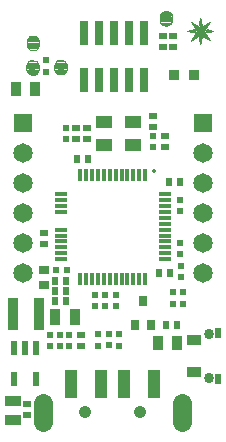
<source format=gts>
G75*
%MOIN*%
%OFA0B0*%
%FSLAX25Y25*%
%IPPOS*%
%LPD*%
%AMOC8*
5,1,8,0,0,1.08239X$1,22.5*
%
%ADD10R,0.01263X0.04137*%
%ADD11R,0.04137X0.01263*%
%ADD12R,0.01381X0.00700*%
%ADD13R,0.00700X0.01381*%
%ADD14R,0.01972X0.02365*%
%ADD15R,0.01972X0.02562*%
%ADD16R,0.02365X0.01972*%
%ADD17R,0.02562X0.01972*%
%ADD18R,0.05515X0.03940*%
%ADD19R,0.02956X0.08468*%
%ADD20R,0.03546X0.05121*%
%ADD21R,0.03546X0.05318*%
%ADD22R,0.02169X0.00987*%
%ADD23C,0.00394*%
%ADD24R,0.02562X0.03350*%
%ADD25R,0.02562X0.03743*%
%ADD26C,0.06499*%
%ADD27R,0.06499X0.06499*%
%ADD28R,0.03940X0.09255*%
%ADD29C,0.06499*%
%ADD30C,0.04137*%
%ADD31R,0.04531X0.03350*%
%ADD32R,0.02169X0.03350*%
%ADD33C,0.03369*%
%ADD34R,0.02365X0.04924*%
%ADD35R,0.05318X0.03546*%
%ADD36R,0.03350X0.10830*%
%ADD37R,0.03546X0.02956*%
%ADD38R,0.03200X0.03700*%
%ADD39R,0.03350X0.01775*%
%ADD40C,0.00100*%
D10*
X0029523Y0115596D03*
X0031492Y0115596D03*
X0033460Y0115596D03*
X0035429Y0115596D03*
X0037397Y0115596D03*
X0039366Y0115596D03*
X0041334Y0115596D03*
X0043303Y0115596D03*
X0045271Y0115596D03*
X0047240Y0115596D03*
X0049208Y0115596D03*
X0051177Y0115596D03*
X0051177Y0150242D03*
X0049208Y0150242D03*
X0047240Y0150242D03*
X0045271Y0150242D03*
X0043303Y0150242D03*
X0041334Y0150242D03*
X0039366Y0150242D03*
X0037397Y0150242D03*
X0035429Y0150242D03*
X0033460Y0150242D03*
X0031492Y0150242D03*
X0029523Y0150242D03*
D11*
X0023027Y0143746D03*
X0023027Y0141778D03*
X0023027Y0139809D03*
X0023027Y0137841D03*
X0023027Y0131935D03*
X0023027Y0129967D03*
X0023027Y0127998D03*
X0023027Y0126030D03*
X0023027Y0124061D03*
X0023027Y0122093D03*
X0057673Y0122093D03*
X0057673Y0124061D03*
X0057673Y0126030D03*
X0057673Y0127998D03*
X0057673Y0129967D03*
X0057673Y0131935D03*
X0057673Y0133904D03*
X0057673Y0135872D03*
X0057673Y0137841D03*
X0057673Y0139809D03*
X0057673Y0141778D03*
X0057673Y0143746D03*
D12*
X0054278Y0151400D03*
D13*
X0054264Y0151393D03*
D14*
X0024996Y0118370D03*
X0021295Y0118370D03*
D15*
X0021100Y0114913D03*
X0021067Y0111435D03*
X0021200Y0108013D03*
X0024768Y0111435D03*
X0024800Y0114913D03*
X0024900Y0108013D03*
X0028442Y0155619D03*
X0032143Y0155619D03*
X0055875Y0117443D03*
X0059576Y0117443D03*
X0058000Y0100213D03*
X0061700Y0100213D03*
X0062844Y0147786D03*
X0059143Y0147786D03*
D16*
X0062857Y0141733D03*
X0062857Y0138032D03*
X0062952Y0127646D03*
X0062952Y0123945D03*
X0063020Y0119915D03*
X0063020Y0116214D03*
X0063941Y0111012D03*
X0063941Y0107311D03*
X0060496Y0107300D03*
X0060496Y0111000D03*
X0042489Y0096995D03*
X0042489Y0093294D03*
X0039071Y0093349D03*
X0039071Y0097050D03*
X0035548Y0096997D03*
X0035548Y0093296D03*
X0034422Y0106526D03*
X0034422Y0110226D03*
X0037952Y0110226D03*
X0037952Y0106526D03*
X0041333Y0106526D03*
X0041333Y0110226D03*
X0025950Y0096863D03*
X0025950Y0093163D03*
X0022650Y0093263D03*
X0022650Y0096963D03*
X0019350Y0096963D03*
X0019350Y0093263D03*
X0024681Y0162020D03*
X0024681Y0165721D03*
X0018177Y0184642D03*
X0018177Y0188343D03*
X0053732Y0163021D03*
X0053732Y0159320D03*
D17*
X0053732Y0165994D03*
X0053732Y0169695D03*
X0057693Y0163021D03*
X0057693Y0159320D03*
X0057026Y0192719D03*
X0057026Y0196419D03*
X0060488Y0196444D03*
X0060488Y0192744D03*
X0031673Y0165818D03*
X0031673Y0162117D03*
X0028228Y0162020D03*
X0028228Y0165721D03*
X0017442Y0130803D03*
X0017442Y0127102D03*
X0029650Y0096863D03*
X0029650Y0093163D03*
X0011850Y0073963D03*
X0011850Y0070263D03*
D18*
X0037448Y0160104D03*
X0037448Y0167978D03*
X0047291Y0167978D03*
X0047291Y0160104D03*
D19*
X0045850Y0181711D03*
X0050850Y0181711D03*
X0050850Y0197459D03*
X0045850Y0197459D03*
X0040850Y0197459D03*
X0035850Y0197459D03*
X0030850Y0197459D03*
X0030850Y0181711D03*
X0035850Y0181711D03*
X0040850Y0181711D03*
D20*
X0014400Y0178913D03*
X0008100Y0178913D03*
X0055337Y0094144D03*
X0061636Y0094144D03*
D21*
X0027680Y0102930D03*
X0021184Y0102930D03*
D22*
X0022982Y0185235D03*
X0022982Y0186889D03*
X0013678Y0193422D03*
X0013678Y0195075D03*
X0013626Y0186846D03*
X0013626Y0185193D03*
X0058050Y0201586D03*
X0058050Y0203240D03*
D23*
X0057971Y0204815D02*
X0058877Y0204696D01*
X0059109Y0204621D01*
X0059322Y0204501D01*
X0059507Y0204342D01*
X0059781Y0203990D01*
X0059980Y0203591D01*
X0060097Y0203161D01*
X0060097Y0201783D01*
X0060058Y0201783D01*
X0060058Y0201704D01*
X0060014Y0201319D01*
X0059886Y0200953D01*
X0059680Y0200624D01*
X0059406Y0200350D01*
X0059077Y0200144D01*
X0058711Y0200015D01*
X0058326Y0199972D01*
X0057893Y0199972D01*
X0057491Y0199995D01*
X0057106Y0200107D01*
X0056754Y0200301D01*
X0056455Y0200570D01*
X0056223Y0200897D01*
X0056070Y0201269D01*
X0056003Y0201665D01*
X0056003Y0202846D01*
X0056050Y0203279D01*
X0056188Y0203692D01*
X0056413Y0204065D01*
X0056711Y0204381D01*
X0056990Y0204577D01*
X0057300Y0204718D01*
X0057631Y0204798D01*
X0057971Y0204815D01*
X0056893Y0204509D02*
X0059307Y0204509D01*
X0059682Y0204117D02*
X0056462Y0204117D01*
X0056208Y0203725D02*
X0059914Y0203725D01*
X0060051Y0203333D02*
X0056068Y0203333D01*
X0056013Y0202941D02*
X0060097Y0202941D01*
X0060097Y0202548D02*
X0056003Y0202548D01*
X0056003Y0202156D02*
X0060097Y0202156D01*
X0060058Y0201764D02*
X0056003Y0201764D01*
X0056052Y0201372D02*
X0060020Y0201372D01*
X0059896Y0200979D02*
X0056189Y0200979D01*
X0056442Y0200587D02*
X0059643Y0200587D01*
X0059159Y0200195D02*
X0056946Y0200195D01*
X0024963Y0187206D02*
X0025030Y0186810D01*
X0025030Y0185629D01*
X0024983Y0185196D01*
X0024844Y0184783D01*
X0024620Y0184410D01*
X0024321Y0184093D01*
X0024042Y0183898D01*
X0023732Y0183757D01*
X0023401Y0183677D01*
X0023061Y0183660D01*
X0022156Y0183778D01*
X0021923Y0183854D01*
X0021711Y0183974D01*
X0021526Y0184133D01*
X0021251Y0184484D01*
X0021052Y0184883D01*
X0020935Y0185314D01*
X0020935Y0186692D01*
X0020974Y0186692D01*
X0020974Y0186770D01*
X0021018Y0187156D01*
X0021146Y0187522D01*
X0021352Y0187851D01*
X0021627Y0188125D01*
X0021955Y0188331D01*
X0022321Y0188459D01*
X0022707Y0188503D01*
X0023140Y0188503D01*
X0023541Y0188480D01*
X0023927Y0188368D01*
X0024278Y0188173D01*
X0024577Y0187905D01*
X0024809Y0187577D01*
X0024963Y0187206D01*
X0024944Y0187252D02*
X0021051Y0187252D01*
X0020984Y0186860D02*
X0025021Y0186860D01*
X0025030Y0186468D02*
X0020935Y0186468D01*
X0020935Y0186075D02*
X0025030Y0186075D01*
X0025030Y0185683D02*
X0020935Y0185683D01*
X0020941Y0185291D02*
X0024993Y0185291D01*
X0024883Y0184899D02*
X0021048Y0184899D01*
X0021240Y0184507D02*
X0024678Y0184507D01*
X0024341Y0184114D02*
X0021547Y0184114D01*
X0022587Y0183722D02*
X0023587Y0183722D01*
X0024762Y0187644D02*
X0021223Y0187644D01*
X0021538Y0188036D02*
X0024431Y0188036D01*
X0023717Y0188429D02*
X0022234Y0188429D01*
X0015673Y0186767D02*
X0015673Y0185389D01*
X0015633Y0185389D01*
X0015633Y0185311D01*
X0015590Y0184925D01*
X0015462Y0184559D01*
X0015256Y0184231D01*
X0014981Y0183956D01*
X0014653Y0183750D01*
X0014287Y0183622D01*
X0013901Y0183578D01*
X0013468Y0183578D01*
X0013067Y0183601D01*
X0012681Y0183713D01*
X0012330Y0183908D01*
X0012031Y0184176D01*
X0011798Y0184504D01*
X0011645Y0184875D01*
X0011578Y0185271D01*
X0011578Y0186452D01*
X0011625Y0186885D01*
X0011764Y0187298D01*
X0011988Y0187671D01*
X0012287Y0187988D01*
X0012566Y0188183D01*
X0012876Y0188324D01*
X0013207Y0188404D01*
X0013547Y0188421D01*
X0014452Y0188303D01*
X0014684Y0188227D01*
X0014897Y0188108D01*
X0015082Y0187948D01*
X0015357Y0187597D01*
X0015556Y0187198D01*
X0015673Y0186767D01*
X0015648Y0186860D02*
X0011623Y0186860D01*
X0011580Y0186468D02*
X0015673Y0186468D01*
X0015673Y0186075D02*
X0011578Y0186075D01*
X0011578Y0185683D02*
X0015673Y0185683D01*
X0015631Y0185291D02*
X0011578Y0185291D01*
X0011641Y0184899D02*
X0015581Y0184899D01*
X0015429Y0184507D02*
X0011797Y0184507D01*
X0012099Y0184114D02*
X0015139Y0184114D01*
X0014573Y0183722D02*
X0012665Y0183722D01*
X0011749Y0187252D02*
X0015529Y0187252D01*
X0015319Y0187644D02*
X0011972Y0187644D01*
X0012356Y0188036D02*
X0014980Y0188036D01*
X0014339Y0191851D02*
X0013953Y0191807D01*
X0013520Y0191807D01*
X0013119Y0191830D01*
X0012733Y0191942D01*
X0012382Y0192137D01*
X0012082Y0192405D01*
X0011850Y0192733D01*
X0011697Y0193104D01*
X0011630Y0193500D01*
X0011630Y0194681D01*
X0011677Y0195114D01*
X0011816Y0195527D01*
X0012040Y0195900D01*
X0012339Y0196217D01*
X0012618Y0196413D01*
X0012928Y0196553D01*
X0013259Y0196633D01*
X0013599Y0196650D01*
X0014504Y0196532D01*
X0014736Y0196456D01*
X0014949Y0196337D01*
X0015134Y0196178D01*
X0015409Y0195826D01*
X0015608Y0195427D01*
X0015725Y0194996D01*
X0015725Y0193619D01*
X0015685Y0193619D01*
X0015685Y0193540D01*
X0015642Y0193154D01*
X0015514Y0192788D01*
X0015308Y0192460D01*
X0015033Y0192185D01*
X0014705Y0191979D01*
X0014339Y0191851D01*
X0014646Y0191959D02*
X0012704Y0191959D01*
X0012143Y0192351D02*
X0015199Y0192351D01*
X0015486Y0192743D02*
X0011846Y0192743D01*
X0011692Y0193135D02*
X0015635Y0193135D01*
X0015684Y0193527D02*
X0011630Y0193527D01*
X0011630Y0193920D02*
X0015725Y0193920D01*
X0015725Y0194312D02*
X0011630Y0194312D01*
X0011633Y0194704D02*
X0015725Y0194704D01*
X0015698Y0195096D02*
X0011675Y0195096D01*
X0011803Y0195488D02*
X0015577Y0195488D01*
X0015366Y0195881D02*
X0012028Y0195881D01*
X0012419Y0196273D02*
X0015023Y0196273D01*
D24*
X0047922Y0100306D03*
X0053041Y0100306D03*
D25*
X0050481Y0108180D03*
D26*
X0070350Y0117467D03*
X0070350Y0127467D03*
X0070350Y0137467D03*
X0070350Y0147467D03*
X0070350Y0157467D03*
X0010350Y0157467D03*
X0010350Y0147467D03*
X0010350Y0137467D03*
X0010350Y0127467D03*
X0010350Y0117467D03*
D27*
X0010350Y0167467D03*
X0070350Y0167467D03*
D28*
X0054291Y0080510D03*
X0044252Y0080510D03*
X0036378Y0080510D03*
X0026338Y0080510D03*
D29*
X0017283Y0074211D02*
X0017283Y0067911D01*
X0063346Y0067911D02*
X0063346Y0074211D01*
D30*
X0049370Y0071061D03*
X0031259Y0071061D03*
D31*
X0067626Y0084380D03*
X0067626Y0095246D03*
D32*
X0075303Y0097490D03*
X0075303Y0082136D03*
D33*
X0072350Y0082431D03*
X0072350Y0097195D03*
D34*
X0014890Y0092331D03*
X0011150Y0092331D03*
X0007410Y0092331D03*
X0007410Y0082095D03*
X0014890Y0082095D03*
D35*
X0007250Y0068367D03*
X0007250Y0074863D03*
D36*
X0007019Y0103713D03*
X0015681Y0103713D03*
D37*
X0017350Y0113354D03*
X0017350Y0118472D03*
D38*
X0060904Y0183413D03*
X0067596Y0183413D03*
D39*
X0058050Y0202413D03*
D40*
X0065141Y0198158D02*
X0067441Y0197658D01*
X0067841Y0198158D01*
X0067441Y0198658D01*
X0065141Y0198158D01*
X0065220Y0198175D02*
X0067828Y0198175D01*
X0067776Y0198076D02*
X0065516Y0198076D01*
X0065673Y0198273D02*
X0067749Y0198273D01*
X0067670Y0198372D02*
X0066126Y0198372D01*
X0065969Y0197978D02*
X0067697Y0197978D01*
X0067619Y0197879D02*
X0066422Y0197879D01*
X0066875Y0197781D02*
X0067540Y0197781D01*
X0067461Y0197682D02*
X0067328Y0197682D01*
X0067898Y0197288D02*
X0071202Y0197288D01*
X0071266Y0197190D02*
X0067836Y0197190D01*
X0067775Y0197091D02*
X0071329Y0197091D01*
X0071393Y0196993D02*
X0067713Y0196993D01*
X0067652Y0196894D02*
X0069443Y0196894D01*
X0069541Y0196958D02*
X0072641Y0195058D01*
X0070641Y0198158D01*
X0072641Y0201158D01*
X0069541Y0199258D01*
X0066541Y0201158D01*
X0068441Y0198158D01*
X0066441Y0194958D01*
X0069541Y0196958D01*
X0069645Y0196894D02*
X0071457Y0196894D01*
X0071520Y0196796D02*
X0069806Y0196796D01*
X0069966Y0196697D02*
X0071584Y0196697D01*
X0071647Y0196599D02*
X0070127Y0196599D01*
X0070288Y0196500D02*
X0071711Y0196500D01*
X0071774Y0196402D02*
X0070449Y0196402D01*
X0070609Y0196303D02*
X0071838Y0196303D01*
X0071901Y0196205D02*
X0070770Y0196205D01*
X0070931Y0196106D02*
X0071965Y0196106D01*
X0072029Y0196008D02*
X0071092Y0196008D01*
X0071252Y0195909D02*
X0072092Y0195909D01*
X0072156Y0195811D02*
X0071413Y0195811D01*
X0071574Y0195712D02*
X0072219Y0195712D01*
X0072283Y0195614D02*
X0071734Y0195614D01*
X0071895Y0195515D02*
X0072346Y0195515D01*
X0072410Y0195417D02*
X0072056Y0195417D01*
X0072217Y0195318D02*
X0072473Y0195318D01*
X0072537Y0195220D02*
X0072377Y0195220D01*
X0072538Y0195121D02*
X0072601Y0195121D01*
X0072207Y0197781D02*
X0071567Y0197781D01*
X0071508Y0197879D02*
X0072661Y0197879D01*
X0073114Y0197978D02*
X0071449Y0197978D01*
X0071390Y0198076D02*
X0073567Y0198076D01*
X0073409Y0198273D02*
X0071411Y0198273D01*
X0071352Y0198175D02*
X0073863Y0198175D01*
X0073941Y0198158D02*
X0071641Y0197658D01*
X0071341Y0198158D01*
X0071641Y0198658D01*
X0073941Y0198158D01*
X0072956Y0198372D02*
X0071470Y0198372D01*
X0071529Y0198471D02*
X0072503Y0198471D01*
X0072050Y0198569D02*
X0071588Y0198569D01*
X0071112Y0198865D02*
X0067994Y0198865D01*
X0067931Y0198963D02*
X0071178Y0198963D01*
X0071244Y0199062D02*
X0067869Y0199062D01*
X0067807Y0199160D02*
X0071309Y0199160D01*
X0071375Y0199259D02*
X0069543Y0199259D01*
X0069540Y0199259D02*
X0067744Y0199259D01*
X0067682Y0199357D02*
X0069385Y0199357D01*
X0069229Y0199456D02*
X0067619Y0199456D01*
X0067557Y0199554D02*
X0069074Y0199554D01*
X0068918Y0199653D02*
X0067495Y0199653D01*
X0067432Y0199751D02*
X0068762Y0199751D01*
X0068607Y0199850D02*
X0067370Y0199850D01*
X0067307Y0199948D02*
X0068451Y0199948D01*
X0068296Y0200047D02*
X0067245Y0200047D01*
X0067183Y0200145D02*
X0068140Y0200145D01*
X0067985Y0200244D02*
X0067120Y0200244D01*
X0067058Y0200342D02*
X0067829Y0200342D01*
X0067674Y0200441D02*
X0066996Y0200441D01*
X0066933Y0200539D02*
X0067518Y0200539D01*
X0067363Y0200638D02*
X0066871Y0200638D01*
X0066808Y0200736D02*
X0067207Y0200736D01*
X0067051Y0200835D02*
X0066746Y0200835D01*
X0066684Y0200933D02*
X0066896Y0200933D01*
X0066740Y0201032D02*
X0066621Y0201032D01*
X0066585Y0201130D02*
X0066559Y0201130D01*
X0067033Y0198569D02*
X0067512Y0198569D01*
X0067591Y0198471D02*
X0066580Y0198471D01*
X0068056Y0198766D02*
X0071047Y0198766D01*
X0070981Y0198668D02*
X0068119Y0198668D01*
X0068181Y0198569D02*
X0070915Y0198569D01*
X0070850Y0198471D02*
X0068243Y0198471D01*
X0068306Y0198372D02*
X0070784Y0198372D01*
X0070718Y0198273D02*
X0068368Y0198273D01*
X0068430Y0198175D02*
X0070653Y0198175D01*
X0070694Y0198076D02*
X0068390Y0198076D01*
X0068329Y0197978D02*
X0070757Y0197978D01*
X0070821Y0197879D02*
X0068267Y0197879D01*
X0068206Y0197781D02*
X0070885Y0197781D01*
X0070948Y0197682D02*
X0068144Y0197682D01*
X0068083Y0197584D02*
X0071012Y0197584D01*
X0071075Y0197485D02*
X0068021Y0197485D01*
X0067959Y0197387D02*
X0071139Y0197387D01*
X0071627Y0197682D02*
X0071754Y0197682D01*
X0071441Y0199357D02*
X0069703Y0199357D01*
X0069864Y0199456D02*
X0071507Y0199456D01*
X0071572Y0199554D02*
X0070025Y0199554D01*
X0070185Y0199653D02*
X0071638Y0199653D01*
X0071704Y0199751D02*
X0070346Y0199751D01*
X0070507Y0199850D02*
X0071769Y0199850D01*
X0071835Y0199948D02*
X0070668Y0199948D01*
X0070828Y0200047D02*
X0071901Y0200047D01*
X0071966Y0200145D02*
X0070989Y0200145D01*
X0071150Y0200244D02*
X0072032Y0200244D01*
X0072098Y0200342D02*
X0071311Y0200342D01*
X0071471Y0200441D02*
X0072163Y0200441D01*
X0072229Y0200539D02*
X0071632Y0200539D01*
X0071793Y0200638D02*
X0072295Y0200638D01*
X0072360Y0200736D02*
X0071953Y0200736D01*
X0072114Y0200835D02*
X0072426Y0200835D01*
X0072492Y0200933D02*
X0072275Y0200933D01*
X0072436Y0201032D02*
X0072557Y0201032D01*
X0072596Y0201130D02*
X0072623Y0201130D01*
X0069962Y0200539D02*
X0069121Y0200539D01*
X0069100Y0200441D02*
X0069982Y0200441D01*
X0070003Y0200342D02*
X0069080Y0200342D01*
X0069059Y0200244D02*
X0070023Y0200244D01*
X0070041Y0200158D02*
X0069541Y0202558D01*
X0069041Y0200158D01*
X0069541Y0199858D01*
X0070041Y0200158D01*
X0070020Y0200145D02*
X0069062Y0200145D01*
X0069227Y0200047D02*
X0069856Y0200047D01*
X0069692Y0199948D02*
X0069391Y0199948D01*
X0069141Y0200638D02*
X0069941Y0200638D01*
X0069921Y0200736D02*
X0069162Y0200736D01*
X0069182Y0200835D02*
X0069900Y0200835D01*
X0069880Y0200933D02*
X0069203Y0200933D01*
X0069223Y0201032D02*
X0069859Y0201032D01*
X0069839Y0201130D02*
X0069244Y0201130D01*
X0069264Y0201229D02*
X0069818Y0201229D01*
X0069798Y0201327D02*
X0069285Y0201327D01*
X0069306Y0201426D02*
X0069777Y0201426D01*
X0069757Y0201524D02*
X0069326Y0201524D01*
X0069347Y0201623D02*
X0069736Y0201623D01*
X0069716Y0201721D02*
X0069367Y0201721D01*
X0069388Y0201820D02*
X0069695Y0201820D01*
X0069675Y0201918D02*
X0069408Y0201918D01*
X0069429Y0202017D02*
X0069654Y0202017D01*
X0069634Y0202115D02*
X0069449Y0202115D01*
X0069470Y0202214D02*
X0069613Y0202214D01*
X0069592Y0202312D02*
X0069490Y0202312D01*
X0069511Y0202411D02*
X0069572Y0202411D01*
X0069551Y0202509D02*
X0069531Y0202509D01*
X0069290Y0196796D02*
X0067590Y0196796D01*
X0067528Y0196697D02*
X0069137Y0196697D01*
X0068985Y0196599D02*
X0067467Y0196599D01*
X0067405Y0196500D02*
X0068832Y0196500D01*
X0068679Y0196402D02*
X0067344Y0196402D01*
X0067282Y0196303D02*
X0068527Y0196303D01*
X0068374Y0196205D02*
X0067221Y0196205D01*
X0067159Y0196106D02*
X0068221Y0196106D01*
X0068069Y0196008D02*
X0067098Y0196008D01*
X0067036Y0195909D02*
X0067916Y0195909D01*
X0067763Y0195811D02*
X0066974Y0195811D01*
X0066913Y0195712D02*
X0067611Y0195712D01*
X0067458Y0195614D02*
X0066851Y0195614D01*
X0066790Y0195515D02*
X0067305Y0195515D01*
X0067152Y0195417D02*
X0066728Y0195417D01*
X0066667Y0195318D02*
X0067000Y0195318D01*
X0066847Y0195220D02*
X0066605Y0195220D01*
X0066543Y0195121D02*
X0066694Y0195121D01*
X0066542Y0195023D02*
X0066482Y0195023D01*
X0069134Y0195614D02*
X0069949Y0195614D01*
X0069969Y0195712D02*
X0069113Y0195712D01*
X0069093Y0195811D02*
X0069990Y0195811D01*
X0070010Y0195909D02*
X0069072Y0195909D01*
X0069052Y0196008D02*
X0070031Y0196008D01*
X0070041Y0196058D02*
X0069541Y0196358D01*
X0069041Y0196058D01*
X0069541Y0193658D01*
X0070041Y0196058D01*
X0069961Y0196106D02*
X0069122Y0196106D01*
X0069286Y0196205D02*
X0069797Y0196205D01*
X0069632Y0196303D02*
X0069450Y0196303D01*
X0069154Y0195515D02*
X0069928Y0195515D01*
X0069908Y0195417D02*
X0069175Y0195417D01*
X0069195Y0195318D02*
X0069887Y0195318D01*
X0069867Y0195220D02*
X0069216Y0195220D01*
X0069236Y0195121D02*
X0069846Y0195121D01*
X0069826Y0195023D02*
X0069257Y0195023D01*
X0069278Y0194924D02*
X0069805Y0194924D01*
X0069785Y0194826D02*
X0069298Y0194826D01*
X0069319Y0194727D02*
X0069764Y0194727D01*
X0069744Y0194629D02*
X0069339Y0194629D01*
X0069360Y0194530D02*
X0069723Y0194530D01*
X0069703Y0194432D02*
X0069380Y0194432D01*
X0069401Y0194333D02*
X0069682Y0194333D01*
X0069661Y0194235D02*
X0069421Y0194235D01*
X0069442Y0194136D02*
X0069641Y0194136D01*
X0069620Y0194038D02*
X0069462Y0194038D01*
X0069483Y0193939D02*
X0069600Y0193939D01*
X0069579Y0193840D02*
X0069503Y0193840D01*
X0069524Y0193742D02*
X0069559Y0193742D01*
M02*

</source>
